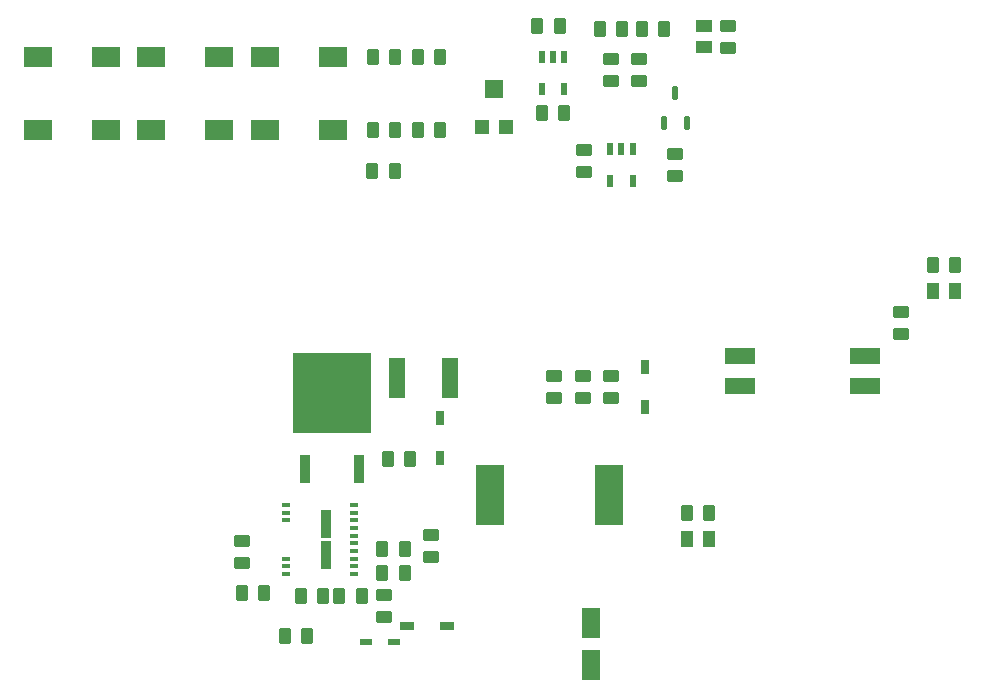
<source format=gtp>
G04*
G04 #@! TF.GenerationSoftware,Altium Limited,Altium Designer,24.6.1 (21)*
G04*
G04 Layer_Color=8421504*
%FSLAX25Y25*%
%MOIN*%
G70*
G04*
G04 #@! TF.SameCoordinates,08707EBF-9302-4E29-B135-06D0E3724A66*
G04*
G04*
G04 #@! TF.FilePolarity,Positive*
G04*
G01*
G75*
%ADD16R,0.06299X0.09843*%
G04:AMPARAMS|DCode=17|XSize=39.37mil|YSize=55.91mil|CornerRadius=4.92mil|HoleSize=0mil|Usage=FLASHONLY|Rotation=90.000|XOffset=0mil|YOffset=0mil|HoleType=Round|Shape=RoundedRectangle|*
%AMROUNDEDRECTD17*
21,1,0.03937,0.04606,0,0,90.0*
21,1,0.02953,0.05591,0,0,90.0*
1,1,0.00984,0.02303,0.01476*
1,1,0.00984,0.02303,-0.01476*
1,1,0.00984,-0.02303,-0.01476*
1,1,0.00984,-0.02303,0.01476*
%
%ADD17ROUNDEDRECTD17*%
G04:AMPARAMS|DCode=18|XSize=39.37mil|YSize=55.91mil|CornerRadius=4.92mil|HoleSize=0mil|Usage=FLASHONLY|Rotation=0.000|XOffset=0mil|YOffset=0mil|HoleType=Round|Shape=RoundedRectangle|*
%AMROUNDEDRECTD18*
21,1,0.03937,0.04606,0,0,0.0*
21,1,0.02953,0.05591,0,0,0.0*
1,1,0.00984,0.01476,-0.02303*
1,1,0.00984,-0.01476,-0.02303*
1,1,0.00984,-0.01476,0.02303*
1,1,0.00984,0.01476,0.02303*
%
%ADD18ROUNDEDRECTD18*%
%ADD19R,0.04724X0.04724*%
%ADD20R,0.06299X0.05906*%
%ADD21R,0.03700X0.09800*%
%ADD22R,0.26200X0.26800*%
%ADD23R,0.03150X0.01772*%
%ADD24R,0.05700X0.13600*%
G04:AMPARAMS|DCode=25|XSize=40.55mil|YSize=20.47mil|CornerRadius=2.56mil|HoleSize=0mil|Usage=FLASHONLY|Rotation=0.000|XOffset=0mil|YOffset=0mil|HoleType=Round|Shape=RoundedRectangle|*
%AMROUNDEDRECTD25*
21,1,0.04055,0.01535,0,0,0.0*
21,1,0.03543,0.02047,0,0,0.0*
1,1,0.00512,0.01772,-0.00768*
1,1,0.00512,-0.01772,-0.00768*
1,1,0.00512,-0.01772,0.00768*
1,1,0.00512,0.01772,0.00768*
%
%ADD25ROUNDEDRECTD25*%
G04:AMPARAMS|DCode=26|XSize=47.64mil|YSize=28.74mil|CornerRadius=2.59mil|HoleSize=0mil|Usage=FLASHONLY|Rotation=0.000|XOffset=0mil|YOffset=0mil|HoleType=Round|Shape=RoundedRectangle|*
%AMROUNDEDRECTD26*
21,1,0.04764,0.02357,0,0,0.0*
21,1,0.04247,0.02874,0,0,0.0*
1,1,0.00517,0.02123,-0.01178*
1,1,0.00517,-0.02123,-0.01178*
1,1,0.00517,-0.02123,0.01178*
1,1,0.00517,0.02123,0.01178*
%
%ADD26ROUNDEDRECTD26*%
G04:AMPARAMS|DCode=27|XSize=47.64mil|YSize=28.74mil|CornerRadius=2.59mil|HoleSize=0mil|Usage=FLASHONLY|Rotation=90.000|XOffset=0mil|YOffset=0mil|HoleType=Round|Shape=RoundedRectangle|*
%AMROUNDEDRECTD27*
21,1,0.04764,0.02357,0,0,90.0*
21,1,0.04247,0.02874,0,0,90.0*
1,1,0.00517,0.01178,0.02123*
1,1,0.00517,0.01178,-0.02123*
1,1,0.00517,-0.01178,-0.02123*
1,1,0.00517,-0.01178,0.02123*
%
%ADD27ROUNDEDRECTD27*%
%ADD28R,0.05709X0.04331*%
%ADD29R,0.04331X0.05709*%
%ADD30R,0.09500X0.20500*%
G04:AMPARAMS|DCode=31|XSize=47.64mil|YSize=23.23mil|CornerRadius=5.81mil|HoleSize=0mil|Usage=FLASHONLY|Rotation=270.000|XOffset=0mil|YOffset=0mil|HoleType=Round|Shape=RoundedRectangle|*
%AMROUNDEDRECTD31*
21,1,0.04764,0.01161,0,0,270.0*
21,1,0.03602,0.02323,0,0,270.0*
1,1,0.01161,-0.00581,-0.01801*
1,1,0.01161,-0.00581,0.01801*
1,1,0.01161,0.00581,0.01801*
1,1,0.01161,0.00581,-0.01801*
%
%ADD31ROUNDEDRECTD31*%
%ADD32R,0.09700X0.06700*%
%ADD33R,0.02000X0.03850*%
%ADD34R,0.09843X0.05200*%
G36*
X163032Y38224D02*
X159686D01*
Y47594D01*
X163032D01*
Y38224D01*
D02*
G37*
G36*
Y48815D02*
X159686D01*
Y58185D01*
X163032D01*
Y48815D01*
D02*
G37*
D16*
X250000Y20279D02*
D03*
Y6500D02*
D03*
D17*
X256496Y200905D02*
D03*
Y208268D02*
D03*
X353136Y124005D02*
D03*
Y116642D02*
D03*
X196500Y49681D02*
D03*
Y42319D02*
D03*
X256609Y102684D02*
D03*
Y95322D02*
D03*
X247059Y102684D02*
D03*
Y95322D02*
D03*
X237509Y102684D02*
D03*
Y95322D02*
D03*
X247500Y170819D02*
D03*
Y178181D02*
D03*
X133500Y40319D02*
D03*
Y47681D02*
D03*
X181000Y29681D02*
D03*
Y22319D02*
D03*
X265748Y208268D02*
D03*
Y200905D02*
D03*
X295358Y219543D02*
D03*
Y212181D02*
D03*
X278000Y176681D02*
D03*
Y169319D02*
D03*
D18*
X153309Y29405D02*
D03*
X160671D02*
D03*
X147819Y16000D02*
D03*
X155181D02*
D03*
X133500Y30500D02*
D03*
X140862D02*
D03*
X187681Y45000D02*
D03*
X180319D02*
D03*
X239362Y219500D02*
D03*
X232000D02*
D03*
X240886Y190354D02*
D03*
X233524D02*
D03*
X173362Y29500D02*
D03*
X166000D02*
D03*
X180319Y37000D02*
D03*
X187681D02*
D03*
X189500Y75000D02*
D03*
X182138D02*
D03*
X289181Y57000D02*
D03*
X281819D02*
D03*
X177225Y184843D02*
D03*
X184587D02*
D03*
X192225D02*
D03*
X199587D02*
D03*
X260271Y218321D02*
D03*
X252909D02*
D03*
X274109D02*
D03*
X266746D02*
D03*
X184362Y171000D02*
D03*
X177000D02*
D03*
X363875Y139705D02*
D03*
X371237D02*
D03*
X184587Y209154D02*
D03*
X177225D02*
D03*
X199587D02*
D03*
X192225D02*
D03*
D19*
X213563Y185701D02*
D03*
X221437D02*
D03*
D20*
X217500Y198496D02*
D03*
D21*
X154484Y71800D02*
D03*
X172516D02*
D03*
D22*
X163500Y97000D02*
D03*
D23*
X148091Y54602D02*
D03*
Y57161D02*
D03*
Y59720D02*
D03*
Y41807D02*
D03*
Y39248D02*
D03*
Y36689D02*
D03*
X170926D02*
D03*
Y39248D02*
D03*
Y41807D02*
D03*
Y44366D02*
D03*
Y46925D02*
D03*
Y49484D02*
D03*
Y52043D02*
D03*
Y54602D02*
D03*
Y57161D02*
D03*
Y59720D02*
D03*
D24*
X185050Y102000D02*
D03*
X202950D02*
D03*
D25*
X174972Y14000D02*
D03*
X184028D02*
D03*
D26*
X201728Y19500D02*
D03*
X188500D02*
D03*
D27*
X199500Y88728D02*
D03*
Y75500D02*
D03*
X268000Y92386D02*
D03*
Y105614D02*
D03*
D28*
X287358Y212319D02*
D03*
Y219406D02*
D03*
D29*
X281957Y48500D02*
D03*
X289043D02*
D03*
X371099Y131005D02*
D03*
X364013D02*
D03*
D30*
X216150Y63000D02*
D03*
X255850D02*
D03*
D31*
X278000Y196941D02*
D03*
X281740Y187059D02*
D03*
X274260D02*
D03*
D32*
X88142Y184821D02*
D03*
X65542D02*
D03*
X125942D02*
D03*
X103342D02*
D03*
X163742Y184820D02*
D03*
X141142D02*
D03*
Y208987D02*
D03*
X163742D02*
D03*
X65542D02*
D03*
X88142D02*
D03*
X103342D02*
D03*
X125942D02*
D03*
D33*
X240945Y198463D02*
D03*
X233465D02*
D03*
Y209213D02*
D03*
X237205D02*
D03*
X240945D02*
D03*
X263740Y167625D02*
D03*
X256260D02*
D03*
Y178375D02*
D03*
X260000D02*
D03*
X263740D02*
D03*
D34*
X299476Y99528D02*
D03*
Y109528D02*
D03*
X341076Y99528D02*
D03*
Y109528D02*
D03*
M02*

</source>
